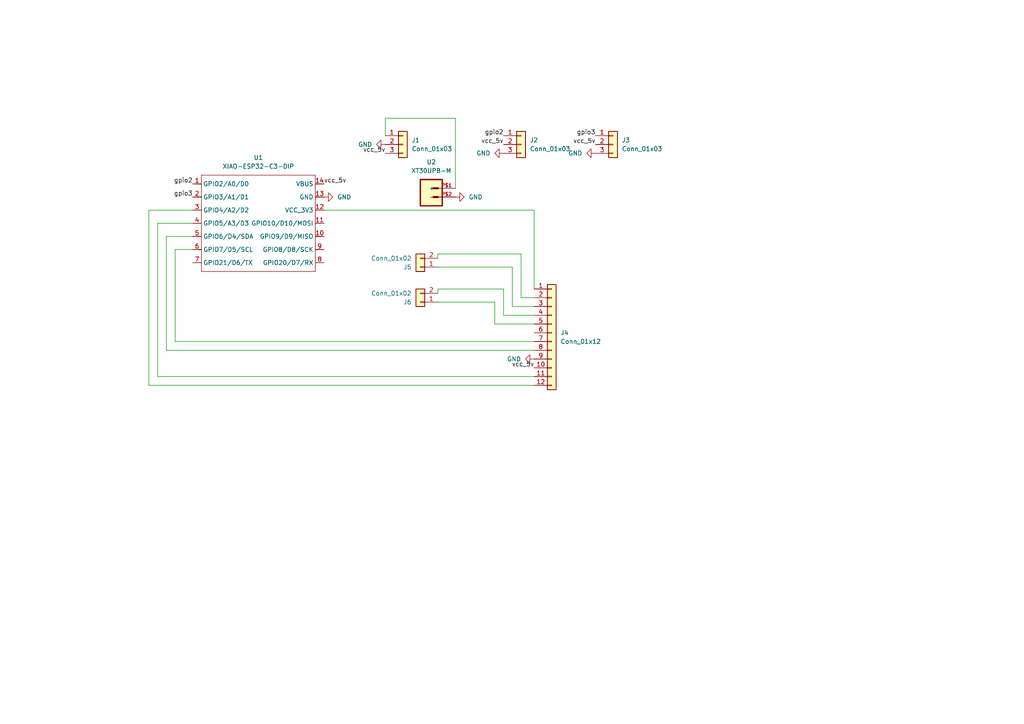
<source format=kicad_sch>
(kicad_sch
	(version 20250114)
	(generator "eeschema")
	(generator_version "9.0")
	(uuid "17f39f81-8bb3-4662-8494-5b40fd094d15")
	(paper "A4")
	(lib_symbols
		(symbol "Connector_Generic:Conn_01x02"
			(pin_names
				(offset 1.016)
				(hide yes)
			)
			(exclude_from_sim no)
			(in_bom yes)
			(on_board yes)
			(property "Reference" "J"
				(at 0 2.54 0)
				(effects
					(font
						(size 1.27 1.27)
					)
				)
			)
			(property "Value" "Conn_01x02"
				(at 0 -5.08 0)
				(effects
					(font
						(size 1.27 1.27)
					)
				)
			)
			(property "Footprint" ""
				(at 0 0 0)
				(effects
					(font
						(size 1.27 1.27)
					)
					(hide yes)
				)
			)
			(property "Datasheet" "~"
				(at 0 0 0)
				(effects
					(font
						(size 1.27 1.27)
					)
					(hide yes)
				)
			)
			(property "Description" "Generic connector, single row, 01x02, script generated (kicad-library-utils/schlib/autogen/connector/)"
				(at 0 0 0)
				(effects
					(font
						(size 1.27 1.27)
					)
					(hide yes)
				)
			)
			(property "ki_keywords" "connector"
				(at 0 0 0)
				(effects
					(font
						(size 1.27 1.27)
					)
					(hide yes)
				)
			)
			(property "ki_fp_filters" "Connector*:*_1x??_*"
				(at 0 0 0)
				(effects
					(font
						(size 1.27 1.27)
					)
					(hide yes)
				)
			)
			(symbol "Conn_01x02_1_1"
				(rectangle
					(start -1.27 1.27)
					(end 1.27 -3.81)
					(stroke
						(width 0.254)
						(type default)
					)
					(fill
						(type background)
					)
				)
				(rectangle
					(start -1.27 0.127)
					(end 0 -0.127)
					(stroke
						(width 0.1524)
						(type default)
					)
					(fill
						(type none)
					)
				)
				(rectangle
					(start -1.27 -2.413)
					(end 0 -2.667)
					(stroke
						(width 0.1524)
						(type default)
					)
					(fill
						(type none)
					)
				)
				(pin passive line
					(at -5.08 0 0)
					(length 3.81)
					(name "Pin_1"
						(effects
							(font
								(size 1.27 1.27)
							)
						)
					)
					(number "1"
						(effects
							(font
								(size 1.27 1.27)
							)
						)
					)
				)
				(pin passive line
					(at -5.08 -2.54 0)
					(length 3.81)
					(name "Pin_2"
						(effects
							(font
								(size 1.27 1.27)
							)
						)
					)
					(number "2"
						(effects
							(font
								(size 1.27 1.27)
							)
						)
					)
				)
			)
			(embedded_fonts no)
		)
		(symbol "Connector_Generic:Conn_01x03"
			(pin_names
				(offset 1.016)
				(hide yes)
			)
			(exclude_from_sim no)
			(in_bom yes)
			(on_board yes)
			(property "Reference" "J"
				(at 0 5.08 0)
				(effects
					(font
						(size 1.27 1.27)
					)
				)
			)
			(property "Value" "Conn_01x03"
				(at 0 -5.08 0)
				(effects
					(font
						(size 1.27 1.27)
					)
				)
			)
			(property "Footprint" ""
				(at 0 0 0)
				(effects
					(font
						(size 1.27 1.27)
					)
					(hide yes)
				)
			)
			(property "Datasheet" "~"
				(at 0 0 0)
				(effects
					(font
						(size 1.27 1.27)
					)
					(hide yes)
				)
			)
			(property "Description" "Generic connector, single row, 01x03, script generated (kicad-library-utils/schlib/autogen/connector/)"
				(at 0 0 0)
				(effects
					(font
						(size 1.27 1.27)
					)
					(hide yes)
				)
			)
			(property "ki_keywords" "connector"
				(at 0 0 0)
				(effects
					(font
						(size 1.27 1.27)
					)
					(hide yes)
				)
			)
			(property "ki_fp_filters" "Connector*:*_1x??_*"
				(at 0 0 0)
				(effects
					(font
						(size 1.27 1.27)
					)
					(hide yes)
				)
			)
			(symbol "Conn_01x03_1_1"
				(rectangle
					(start -1.27 3.81)
					(end 1.27 -3.81)
					(stroke
						(width 0.254)
						(type default)
					)
					(fill
						(type background)
					)
				)
				(rectangle
					(start -1.27 2.667)
					(end 0 2.413)
					(stroke
						(width 0.1524)
						(type default)
					)
					(fill
						(type none)
					)
				)
				(rectangle
					(start -1.27 0.127)
					(end 0 -0.127)
					(stroke
						(width 0.1524)
						(type default)
					)
					(fill
						(type none)
					)
				)
				(rectangle
					(start -1.27 -2.413)
					(end 0 -2.667)
					(stroke
						(width 0.1524)
						(type default)
					)
					(fill
						(type none)
					)
				)
				(pin passive line
					(at -5.08 2.54 0)
					(length 3.81)
					(name "Pin_1"
						(effects
							(font
								(size 1.27 1.27)
							)
						)
					)
					(number "1"
						(effects
							(font
								(size 1.27 1.27)
							)
						)
					)
				)
				(pin passive line
					(at -5.08 0 0)
					(length 3.81)
					(name "Pin_2"
						(effects
							(font
								(size 1.27 1.27)
							)
						)
					)
					(number "2"
						(effects
							(font
								(size 1.27 1.27)
							)
						)
					)
				)
				(pin passive line
					(at -5.08 -2.54 0)
					(length 3.81)
					(name "Pin_3"
						(effects
							(font
								(size 1.27 1.27)
							)
						)
					)
					(number "3"
						(effects
							(font
								(size 1.27 1.27)
							)
						)
					)
				)
			)
			(embedded_fonts no)
		)
		(symbol "Connector_Generic:Conn_01x12"
			(pin_names
				(offset 1.016)
				(hide yes)
			)
			(exclude_from_sim no)
			(in_bom yes)
			(on_board yes)
			(property "Reference" "J"
				(at 0 15.24 0)
				(effects
					(font
						(size 1.27 1.27)
					)
				)
			)
			(property "Value" "Conn_01x12"
				(at 0 -17.78 0)
				(effects
					(font
						(size 1.27 1.27)
					)
				)
			)
			(property "Footprint" ""
				(at 0 0 0)
				(effects
					(font
						(size 1.27 1.27)
					)
					(hide yes)
				)
			)
			(property "Datasheet" "~"
				(at 0 0 0)
				(effects
					(font
						(size 1.27 1.27)
					)
					(hide yes)
				)
			)
			(property "Description" "Generic connector, single row, 01x12, script generated (kicad-library-utils/schlib/autogen/connector/)"
				(at 0 0 0)
				(effects
					(font
						(size 1.27 1.27)
					)
					(hide yes)
				)
			)
			(property "ki_keywords" "connector"
				(at 0 0 0)
				(effects
					(font
						(size 1.27 1.27)
					)
					(hide yes)
				)
			)
			(property "ki_fp_filters" "Connector*:*_1x??_*"
				(at 0 0 0)
				(effects
					(font
						(size 1.27 1.27)
					)
					(hide yes)
				)
			)
			(symbol "Conn_01x12_1_1"
				(rectangle
					(start -1.27 13.97)
					(end 1.27 -16.51)
					(stroke
						(width 0.254)
						(type default)
					)
					(fill
						(type background)
					)
				)
				(rectangle
					(start -1.27 12.827)
					(end 0 12.573)
					(stroke
						(width 0.1524)
						(type default)
					)
					(fill
						(type none)
					)
				)
				(rectangle
					(start -1.27 10.287)
					(end 0 10.033)
					(stroke
						(width 0.1524)
						(type default)
					)
					(fill
						(type none)
					)
				)
				(rectangle
					(start -1.27 7.747)
					(end 0 7.493)
					(stroke
						(width 0.1524)
						(type default)
					)
					(fill
						(type none)
					)
				)
				(rectangle
					(start -1.27 5.207)
					(end 0 4.953)
					(stroke
						(width 0.1524)
						(type default)
					)
					(fill
						(type none)
					)
				)
				(rectangle
					(start -1.27 2.667)
					(end 0 2.413)
					(stroke
						(width 0.1524)
						(type default)
					)
					(fill
						(type none)
					)
				)
				(rectangle
					(start -1.27 0.127)
					(end 0 -0.127)
					(stroke
						(width 0.1524)
						(type default)
					)
					(fill
						(type none)
					)
				)
				(rectangle
					(start -1.27 -2.413)
					(end 0 -2.667)
					(stroke
						(width 0.1524)
						(type default)
					)
					(fill
						(type none)
					)
				)
				(rectangle
					(start -1.27 -4.953)
					(end 0 -5.207)
					(stroke
						(width 0.1524)
						(type default)
					)
					(fill
						(type none)
					)
				)
				(rectangle
					(start -1.27 -7.493)
					(end 0 -7.747)
					(stroke
						(width 0.1524)
						(type default)
					)
					(fill
						(type none)
					)
				)
				(rectangle
					(start -1.27 -10.033)
					(end 0 -10.287)
					(stroke
						(width 0.1524)
						(type default)
					)
					(fill
						(type none)
					)
				)
				(rectangle
					(start -1.27 -12.573)
					(end 0 -12.827)
					(stroke
						(width 0.1524)
						(type default)
					)
					(fill
						(type none)
					)
				)
				(rectangle
					(start -1.27 -15.113)
					(end 0 -15.367)
					(stroke
						(width 0.1524)
						(type default)
					)
					(fill
						(type none)
					)
				)
				(pin passive line
					(at -5.08 12.7 0)
					(length 3.81)
					(name "Pin_1"
						(effects
							(font
								(size 1.27 1.27)
							)
						)
					)
					(number "1"
						(effects
							(font
								(size 1.27 1.27)
							)
						)
					)
				)
				(pin passive line
					(at -5.08 10.16 0)
					(length 3.81)
					(name "Pin_2"
						(effects
							(font
								(size 1.27 1.27)
							)
						)
					)
					(number "2"
						(effects
							(font
								(size 1.27 1.27)
							)
						)
					)
				)
				(pin passive line
					(at -5.08 7.62 0)
					(length 3.81)
					(name "Pin_3"
						(effects
							(font
								(size 1.27 1.27)
							)
						)
					)
					(number "3"
						(effects
							(font
								(size 1.27 1.27)
							)
						)
					)
				)
				(pin passive line
					(at -5.08 5.08 0)
					(length 3.81)
					(name "Pin_4"
						(effects
							(font
								(size 1.27 1.27)
							)
						)
					)
					(number "4"
						(effects
							(font
								(size 1.27 1.27)
							)
						)
					)
				)
				(pin passive line
					(at -5.08 2.54 0)
					(length 3.81)
					(name "Pin_5"
						(effects
							(font
								(size 1.27 1.27)
							)
						)
					)
					(number "5"
						(effects
							(font
								(size 1.27 1.27)
							)
						)
					)
				)
				(pin passive line
					(at -5.08 0 0)
					(length 3.81)
					(name "Pin_6"
						(effects
							(font
								(size 1.27 1.27)
							)
						)
					)
					(number "6"
						(effects
							(font
								(size 1.27 1.27)
							)
						)
					)
				)
				(pin passive line
					(at -5.08 -2.54 0)
					(length 3.81)
					(name "Pin_7"
						(effects
							(font
								(size 1.27 1.27)
							)
						)
					)
					(number "7"
						(effects
							(font
								(size 1.27 1.27)
							)
						)
					)
				)
				(pin passive line
					(at -5.08 -5.08 0)
					(length 3.81)
					(name "Pin_8"
						(effects
							(font
								(size 1.27 1.27)
							)
						)
					)
					(number "8"
						(effects
							(font
								(size 1.27 1.27)
							)
						)
					)
				)
				(pin passive line
					(at -5.08 -7.62 0)
					(length 3.81)
					(name "Pin_9"
						(effects
							(font
								(size 1.27 1.27)
							)
						)
					)
					(number "9"
						(effects
							(font
								(size 1.27 1.27)
							)
						)
					)
				)
				(pin passive line
					(at -5.08 -10.16 0)
					(length 3.81)
					(name "Pin_10"
						(effects
							(font
								(size 1.27 1.27)
							)
						)
					)
					(number "10"
						(effects
							(font
								(size 1.27 1.27)
							)
						)
					)
				)
				(pin passive line
					(at -5.08 -12.7 0)
					(length 3.81)
					(name "Pin_11"
						(effects
							(font
								(size 1.27 1.27)
							)
						)
					)
					(number "11"
						(effects
							(font
								(size 1.27 1.27)
							)
						)
					)
				)
				(pin passive line
					(at -5.08 -15.24 0)
					(length 3.81)
					(name "Pin_12"
						(effects
							(font
								(size 1.27 1.27)
							)
						)
					)
					(number "12"
						(effects
							(font
								(size 1.27 1.27)
							)
						)
					)
				)
			)
			(embedded_fonts no)
		)
		(symbol "power:GND"
			(power)
			(pin_numbers
				(hide yes)
			)
			(pin_names
				(offset 0)
				(hide yes)
			)
			(exclude_from_sim no)
			(in_bom yes)
			(on_board yes)
			(property "Reference" "#PWR"
				(at 0 -6.35 0)
				(effects
					(font
						(size 1.27 1.27)
					)
					(hide yes)
				)
			)
			(property "Value" "GND"
				(at 0 -3.81 0)
				(effects
					(font
						(size 1.27 1.27)
					)
				)
			)
			(property "Footprint" ""
				(at 0 0 0)
				(effects
					(font
						(size 1.27 1.27)
					)
					(hide yes)
				)
			)
			(property "Datasheet" ""
				(at 0 0 0)
				(effects
					(font
						(size 1.27 1.27)
					)
					(hide yes)
				)
			)
			(property "Description" "Power symbol creates a global label with name \"GND\" , ground"
				(at 0 0 0)
				(effects
					(font
						(size 1.27 1.27)
					)
					(hide yes)
				)
			)
			(property "ki_keywords" "global power"
				(at 0 0 0)
				(effects
					(font
						(size 1.27 1.27)
					)
					(hide yes)
				)
			)
			(symbol "GND_0_1"
				(polyline
					(pts
						(xy 0 0) (xy 0 -1.27) (xy 1.27 -1.27) (xy 0 -2.54) (xy -1.27 -1.27) (xy 0 -1.27)
					)
					(stroke
						(width 0)
						(type default)
					)
					(fill
						(type none)
					)
				)
			)
			(symbol "GND_1_1"
				(pin power_in line
					(at 0 0 270)
					(length 0)
					(name "~"
						(effects
							(font
								(size 1.27 1.27)
							)
						)
					)
					(number "1"
						(effects
							(font
								(size 1.27 1.27)
							)
						)
					)
				)
			)
			(embedded_fonts no)
		)
		(symbol "seeed:XIAO-ESP32-C3-DIP"
			(exclude_from_sim no)
			(in_bom yes)
			(on_board yes)
			(property "Reference" "U"
				(at 1.016 2.794 0)
				(effects
					(font
						(size 1.27 1.27)
					)
				)
			)
			(property "Value" "XIAO-ESP32-C3-DIP"
				(at 7.62 1.016 0)
				(effects
					(font
						(size 1.27 1.27)
					)
				)
			)
			(property "Footprint" "Module:MOUDLE14P-XIAO-DIP-SMD"
				(at 16.764 -29.464 0)
				(effects
					(font
						(size 1.27 1.27)
					)
					(hide yes)
				)
			)
			(property "Datasheet" ""
				(at 1.27 1.27 0)
				(effects
					(font
						(size 1.27 1.27)
					)
					(hide yes)
				)
			)
			(property "Description" ""
				(at 1.27 1.27 0)
				(effects
					(font
						(size 1.27 1.27)
					)
					(hide yes)
				)
			)
			(symbol "XIAO-ESP32-C3-DIP_1_0"
				(polyline
					(pts
						(xy 0 0) (xy 33.02 0)
					)
					(stroke
						(width 0.1524)
						(type solid)
					)
					(fill
						(type none)
					)
				)
				(polyline
					(pts
						(xy 0 -2.54) (xy -1.27 -2.54)
					)
					(stroke
						(width 0.1524)
						(type solid)
					)
					(fill
						(type none)
					)
				)
				(polyline
					(pts
						(xy 0 -2.54) (xy 0 0)
					)
					(stroke
						(width 0.1524)
						(type solid)
					)
					(fill
						(type none)
					)
				)
				(polyline
					(pts
						(xy 0 -6.35) (xy -1.27 -6.35)
					)
					(stroke
						(width 0.1524)
						(type solid)
					)
					(fill
						(type none)
					)
				)
				(polyline
					(pts
						(xy 0 -6.35) (xy 0 -2.54)
					)
					(stroke
						(width 0.1524)
						(type solid)
					)
					(fill
						(type none)
					)
				)
				(polyline
					(pts
						(xy 0 -10.16) (xy -1.27 -10.16)
					)
					(stroke
						(width 0.1524)
						(type solid)
					)
					(fill
						(type none)
					)
				)
				(polyline
					(pts
						(xy 0 -10.16) (xy 0 -6.35)
					)
					(stroke
						(width 0.1524)
						(type solid)
					)
					(fill
						(type none)
					)
				)
				(polyline
					(pts
						(xy 0 -13.97) (xy -1.27 -13.97)
					)
					(stroke
						(width 0.1524)
						(type solid)
					)
					(fill
						(type none)
					)
				)
				(polyline
					(pts
						(xy 0 -13.97) (xy 0 -10.16)
					)
					(stroke
						(width 0.1524)
						(type solid)
					)
					(fill
						(type none)
					)
				)
				(polyline
					(pts
						(xy 0 -17.78) (xy -1.27 -17.78)
					)
					(stroke
						(width 0.1524)
						(type solid)
					)
					(fill
						(type none)
					)
				)
				(polyline
					(pts
						(xy 0 -21.59) (xy -1.27 -21.59)
					)
					(stroke
						(width 0.1524)
						(type solid)
					)
					(fill
						(type none)
					)
				)
				(polyline
					(pts
						(xy 0 -25.4) (xy -1.27 -25.4)
					)
					(stroke
						(width 0.1524)
						(type solid)
					)
					(fill
						(type none)
					)
				)
				(polyline
					(pts
						(xy 0 -27.94) (xy 0 -13.97)
					)
					(stroke
						(width 0.1524)
						(type solid)
					)
					(fill
						(type none)
					)
				)
				(polyline
					(pts
						(xy 33.02 0) (xy 33.02 -2.54)
					)
					(stroke
						(width 0.1524)
						(type solid)
					)
					(fill
						(type none)
					)
				)
				(polyline
					(pts
						(xy 33.02 -2.54) (xy 33.02 -6.35)
					)
					(stroke
						(width 0.1524)
						(type solid)
					)
					(fill
						(type none)
					)
				)
				(polyline
					(pts
						(xy 33.02 -6.35) (xy 33.02 -10.16)
					)
					(stroke
						(width 0.1524)
						(type solid)
					)
					(fill
						(type none)
					)
				)
				(polyline
					(pts
						(xy 33.02 -10.16) (xy 33.02 -27.94)
					)
					(stroke
						(width 0.1524)
						(type solid)
					)
					(fill
						(type none)
					)
				)
				(polyline
					(pts
						(xy 33.02 -27.94) (xy 0 -27.94)
					)
					(stroke
						(width 0.1524)
						(type solid)
					)
					(fill
						(type none)
					)
				)
				(polyline
					(pts
						(xy 34.29 -2.54) (xy 33.02 -2.54)
					)
					(stroke
						(width 0.1524)
						(type solid)
					)
					(fill
						(type none)
					)
				)
				(polyline
					(pts
						(xy 34.29 -6.35) (xy 33.02 -6.35)
					)
					(stroke
						(width 0.1524)
						(type solid)
					)
					(fill
						(type none)
					)
				)
				(polyline
					(pts
						(xy 34.29 -10.16) (xy 33.02 -10.16)
					)
					(stroke
						(width 0.1524)
						(type solid)
					)
					(fill
						(type none)
					)
				)
				(polyline
					(pts
						(xy 34.29 -13.97) (xy 33.02 -13.97)
					)
					(stroke
						(width 0.1524)
						(type solid)
					)
					(fill
						(type none)
					)
				)
				(polyline
					(pts
						(xy 34.29 -17.78) (xy 33.02 -17.78)
					)
					(stroke
						(width 0.1524)
						(type solid)
					)
					(fill
						(type none)
					)
				)
				(polyline
					(pts
						(xy 34.29 -21.59) (xy 33.02 -21.59)
					)
					(stroke
						(width 0.1524)
						(type solid)
					)
					(fill
						(type none)
					)
				)
				(polyline
					(pts
						(xy 34.29 -25.4) (xy 33.02 -25.4)
					)
					(stroke
						(width 0.1524)
						(type solid)
					)
					(fill
						(type none)
					)
				)
				(pin passive line
					(at -2.54 -2.54 0)
					(length 2.54)
					(name "GPIO2/A0/D0"
						(effects
							(font
								(size 1.27 1.27)
							)
						)
					)
					(number "1"
						(effects
							(font
								(size 1.27 1.27)
							)
						)
					)
				)
				(pin passive line
					(at -2.54 -6.35 0)
					(length 2.54)
					(name "GPIO3/A1/D1"
						(effects
							(font
								(size 1.27 1.27)
							)
						)
					)
					(number "2"
						(effects
							(font
								(size 1.27 1.27)
							)
						)
					)
				)
				(pin passive line
					(at -2.54 -10.16 0)
					(length 2.54)
					(name "GPIO4/A2/D2"
						(effects
							(font
								(size 1.27 1.27)
							)
						)
					)
					(number "3"
						(effects
							(font
								(size 1.27 1.27)
							)
						)
					)
				)
				(pin passive line
					(at -2.54 -13.97 0)
					(length 2.54)
					(name "GPIO5/A3/D3"
						(effects
							(font
								(size 1.27 1.27)
							)
						)
					)
					(number "4"
						(effects
							(font
								(size 1.27 1.27)
							)
						)
					)
				)
				(pin passive line
					(at -2.54 -17.78 0)
					(length 2.54)
					(name "GPIO6/D4/SDA"
						(effects
							(font
								(size 1.27 1.27)
							)
						)
					)
					(number "5"
						(effects
							(font
								(size 1.27 1.27)
							)
						)
					)
				)
				(pin passive line
					(at -2.54 -21.59 0)
					(length 2.54)
					(name "GPIO7/D5/SCL"
						(effects
							(font
								(size 1.27 1.27)
							)
						)
					)
					(number "6"
						(effects
							(font
								(size 1.27 1.27)
							)
						)
					)
				)
				(pin passive line
					(at -2.54 -25.4 0)
					(length 2.54)
					(name "GPIO21/D6/TX"
						(effects
							(font
								(size 1.27 1.27)
							)
						)
					)
					(number "7"
						(effects
							(font
								(size 1.27 1.27)
							)
						)
					)
				)
				(pin passive line
					(at 35.56 -2.54 180)
					(length 2.54)
					(name "VBUS"
						(effects
							(font
								(size 1.27 1.27)
							)
						)
					)
					(number "14"
						(effects
							(font
								(size 1.27 1.27)
							)
						)
					)
				)
				(pin passive line
					(at 35.56 -6.35 180)
					(length 2.54)
					(name "GND"
						(effects
							(font
								(size 1.27 1.27)
							)
						)
					)
					(number "13"
						(effects
							(font
								(size 1.27 1.27)
							)
						)
					)
				)
				(pin passive line
					(at 35.56 -10.16 180)
					(length 2.54)
					(name "VCC_3V3"
						(effects
							(font
								(size 1.27 1.27)
							)
						)
					)
					(number "12"
						(effects
							(font
								(size 1.27 1.27)
							)
						)
					)
				)
				(pin passive line
					(at 35.56 -13.97 180)
					(length 2.54)
					(name "GPIO10/D10/MOSI"
						(effects
							(font
								(size 1.27 1.27)
							)
						)
					)
					(number "11"
						(effects
							(font
								(size 1.27 1.27)
							)
						)
					)
				)
				(pin passive line
					(at 35.56 -17.78 180)
					(length 2.54)
					(name "GPIO9/D9/MISO"
						(effects
							(font
								(size 1.27 1.27)
							)
						)
					)
					(number "10"
						(effects
							(font
								(size 1.27 1.27)
							)
						)
					)
				)
				(pin passive line
					(at 35.56 -21.59 180)
					(length 2.54)
					(name "GPIO8/D8/SCK"
						(effects
							(font
								(size 1.27 1.27)
							)
						)
					)
					(number "9"
						(effects
							(font
								(size 1.27 1.27)
							)
						)
					)
				)
				(pin passive line
					(at 35.56 -25.4 180)
					(length 2.54)
					(name "GPIO20/D7/RX"
						(effects
							(font
								(size 1.27 1.27)
							)
						)
					)
					(number "8"
						(effects
							(font
								(size 1.27 1.27)
							)
						)
					)
				)
			)
			(embedded_fonts no)
		)
		(symbol "xt30:XT30UPB-M"
			(pin_names
				(offset 1.016)
			)
			(exclude_from_sim no)
			(in_bom yes)
			(on_board yes)
			(property "Reference" "U"
				(at -2.54 5.588 0)
				(effects
					(font
						(size 1.27 1.27)
					)
					(justify left bottom)
				)
			)
			(property "Value" "XT30UPB-M"
				(at -2.54 -4.826 0)
				(effects
					(font
						(size 1.27 1.27)
					)
					(justify left bottom)
				)
			)
			(property "Footprint" "XT30UPB-M:XT30UPB-M"
				(at 0 0 0)
				(effects
					(font
						(size 1.27 1.27)
					)
					(justify bottom)
					(hide yes)
				)
			)
			(property "Datasheet" ""
				(at 0 0 0)
				(effects
					(font
						(size 1.27 1.27)
					)
					(hide yes)
				)
			)
			(property "Description" ""
				(at 0 0 0)
				(effects
					(font
						(size 1.27 1.27)
					)
					(hide yes)
				)
			)
			(property "MF" "amass"
				(at 0 0 0)
				(effects
					(font
						(size 1.27 1.27)
					)
					(justify bottom)
					(hide yes)
				)
			)
			(property "Description_1" "Socket; DC supply; XT30; male; PIN: 2; on PCBs; THT; yellow; 15A; 500V"
				(at 0 0 0)
				(effects
					(font
						(size 1.27 1.27)
					)
					(justify bottom)
					(hide yes)
				)
			)
			(property "Package" "None"
				(at 0 0 0)
				(effects
					(font
						(size 1.27 1.27)
					)
					(justify bottom)
					(hide yes)
				)
			)
			(property "Price" "None"
				(at 0 0 0)
				(effects
					(font
						(size 1.27 1.27)
					)
					(justify bottom)
					(hide yes)
				)
			)
			(property "SnapEDA_Link" "https://www.snapeda.com/parts/XT30UPB-M/AMASS/view-part/?ref=snap"
				(at 0 0 0)
				(effects
					(font
						(size 1.27 1.27)
					)
					(justify bottom)
					(hide yes)
				)
			)
			(property "MP" "XT30UPB-M"
				(at 0 0 0)
				(effects
					(font
						(size 1.27 1.27)
					)
					(justify bottom)
					(hide yes)
				)
			)
			(property "Availability" "Not in stock"
				(at 0 0 0)
				(effects
					(font
						(size 1.27 1.27)
					)
					(justify bottom)
					(hide yes)
				)
			)
			(property "Check_prices" "https://www.snapeda.com/parts/XT30UPB-M/AMASS/view-part/?ref=eda"
				(at 0 0 0)
				(effects
					(font
						(size 1.27 1.27)
					)
					(justify bottom)
					(hide yes)
				)
			)
			(symbol "XT30UPB-M_0_0"
				(rectangle
					(start -2.54 -2.54)
					(end 3.81 5.08)
					(stroke
						(width 0.4064)
						(type default)
					)
					(fill
						(type background)
					)
				)
				(polyline
					(pts
						(xy 1.27 2.54) (xy 2.54 2.54)
					)
					(stroke
						(width 0.6096)
						(type default)
					)
					(fill
						(type none)
					)
				)
				(polyline
					(pts
						(xy 1.27 0) (xy 2.54 0)
					)
					(stroke
						(width 0.6096)
						(type default)
					)
					(fill
						(type none)
					)
				)
				(pin passive line
					(at 7.62 2.54 180)
					(length 5.08)
					(name "+"
						(effects
							(font
								(size 1.016 1.016)
							)
						)
					)
					(number "P$1"
						(effects
							(font
								(size 1.016 1.016)
							)
						)
					)
				)
				(pin passive line
					(at 7.62 0 180)
					(length 5.08)
					(name "-"
						(effects
							(font
								(size 1.016 1.016)
							)
						)
					)
					(number "P$2"
						(effects
							(font
								(size 1.016 1.016)
							)
						)
					)
				)
			)
			(embedded_fonts no)
		)
	)
	(wire
		(pts
			(xy 132.08 34.29) (xy 132.08 54.61)
		)
		(stroke
			(width 0)
			(type default)
		)
		(uuid "06d2dece-f114-46a2-8417-da251d1328a2")
	)
	(wire
		(pts
			(xy 143.51 93.98) (xy 143.51 87.63)
		)
		(stroke
			(width 0)
			(type default)
		)
		(uuid "09fa0811-3815-4436-a155-cb9d60527bae")
	)
	(wire
		(pts
			(xy 48.26 68.58) (xy 55.88 68.58)
		)
		(stroke
			(width 0)
			(type default)
		)
		(uuid "0c6a610b-f3ac-40e5-9d07-e9b21e511b0f")
	)
	(wire
		(pts
			(xy 43.18 111.76) (xy 43.18 60.96)
		)
		(stroke
			(width 0)
			(type default)
		)
		(uuid "117040c3-896e-4cfc-8a86-52cf5c5985b8")
	)
	(wire
		(pts
			(xy 151.13 86.36) (xy 151.13 73.66)
		)
		(stroke
			(width 0)
			(type default)
		)
		(uuid "138d9e34-76b9-48bb-a2b4-60d9d71536a2")
	)
	(wire
		(pts
			(xy 50.8 72.39) (xy 55.88 72.39)
		)
		(stroke
			(width 0)
			(type default)
		)
		(uuid "172c9441-aaa9-4ef4-9403-32408f8d6258")
	)
	(wire
		(pts
			(xy 154.94 86.36) (xy 151.13 86.36)
		)
		(stroke
			(width 0)
			(type default)
		)
		(uuid "186f1415-3ce1-4f26-8fad-f88796dc8129")
	)
	(wire
		(pts
			(xy 93.98 60.96) (xy 154.94 60.96)
		)
		(stroke
			(width 0)
			(type default)
		)
		(uuid "2fc642d6-c95e-4de4-a01f-016071ecc9f2")
	)
	(wire
		(pts
			(xy 146.05 91.44) (xy 146.05 83.82)
		)
		(stroke
			(width 0)
			(type default)
		)
		(uuid "331b5fd2-1e27-49a3-b1da-3f5f0af5800f")
	)
	(wire
		(pts
			(xy 154.94 93.98) (xy 143.51 93.98)
		)
		(stroke
			(width 0)
			(type default)
		)
		(uuid "3620c131-ae98-4bd0-80b7-68d4b966812f")
	)
	(wire
		(pts
			(xy 154.94 101.6) (xy 48.26 101.6)
		)
		(stroke
			(width 0)
			(type default)
		)
		(uuid "3a09c2b3-750f-4199-87db-144f4cb3d66d")
	)
	(wire
		(pts
			(xy 43.18 60.96) (xy 55.88 60.96)
		)
		(stroke
			(width 0)
			(type default)
		)
		(uuid "3d411899-db0e-41ce-8d8e-c84c24614a31")
	)
	(wire
		(pts
			(xy 48.26 101.6) (xy 48.26 68.58)
		)
		(stroke
			(width 0)
			(type default)
		)
		(uuid "454b84ef-4c45-4d79-8865-6500e7dd9540")
	)
	(wire
		(pts
			(xy 154.94 111.76) (xy 43.18 111.76)
		)
		(stroke
			(width 0)
			(type default)
		)
		(uuid "52cb25c5-c59e-45e9-8931-761d0aeb60ba")
	)
	(wire
		(pts
			(xy 111.76 34.29) (xy 111.76 39.37)
		)
		(stroke
			(width 0)
			(type default)
		)
		(uuid "551bf112-3f11-4af7-8c9c-863b405c7bf4")
	)
	(wire
		(pts
			(xy 148.59 88.9) (xy 148.59 77.47)
		)
		(stroke
			(width 0)
			(type default)
		)
		(uuid "69117c79-ae35-40ce-9dff-72c17f463878")
	)
	(wire
		(pts
			(xy 154.94 109.22) (xy 45.72 109.22)
		)
		(stroke
			(width 0)
			(type default)
		)
		(uuid "6c18de30-4d67-4869-8469-6c0216605e62")
	)
	(wire
		(pts
			(xy 127 77.47) (xy 148.59 77.47)
		)
		(stroke
			(width 0)
			(type default)
		)
		(uuid "6f33b777-164a-4da6-afc0-b4547e480ee7")
	)
	(wire
		(pts
			(xy 132.08 34.29) (xy 111.76 34.29)
		)
		(stroke
			(width 0)
			(type default)
		)
		(uuid "7284bfff-0d80-49f0-ab0f-74514482a82a")
	)
	(wire
		(pts
			(xy 154.94 99.06) (xy 50.8 99.06)
		)
		(stroke
			(width 0)
			(type default)
		)
		(uuid "7ec7ee9e-e5a3-4485-9166-0b33f6ddfe7b")
	)
	(wire
		(pts
			(xy 151.13 73.66) (xy 127 73.66)
		)
		(stroke
			(width 0)
			(type default)
		)
		(uuid "84af8106-b2c4-4f3d-baf7-ca1add7d0755")
	)
	(wire
		(pts
			(xy 50.8 99.06) (xy 50.8 72.39)
		)
		(stroke
			(width 0)
			(type default)
		)
		(uuid "8ac7ab90-cef7-48a6-9163-5f657fe1a0fe")
	)
	(wire
		(pts
			(xy 45.72 64.77) (xy 55.88 64.77)
		)
		(stroke
			(width 0)
			(type default)
		)
		(uuid "8e6d849c-2857-4e8c-b6a9-6a803728b374")
	)
	(wire
		(pts
			(xy 154.94 88.9) (xy 148.59 88.9)
		)
		(stroke
			(width 0)
			(type default)
		)
		(uuid "9ba298ce-ea6f-4feb-b23d-3cf7ff569c23")
	)
	(wire
		(pts
			(xy 45.72 109.22) (xy 45.72 64.77)
		)
		(stroke
			(width 0)
			(type default)
		)
		(uuid "a3e5e8ba-fe9c-4812-9e6d-1f3ba54d0f75")
	)
	(wire
		(pts
			(xy 127 87.63) (xy 143.51 87.63)
		)
		(stroke
			(width 0)
			(type default)
		)
		(uuid "b36937cd-c212-46b3-8c11-c191bfb9b3ba")
	)
	(wire
		(pts
			(xy 154.94 83.82) (xy 154.94 60.96)
		)
		(stroke
			(width 0)
			(type default)
		)
		(uuid "b88e06e8-2f81-4160-915f-cf660fd0e957")
	)
	(wire
		(pts
			(xy 146.05 83.82) (xy 127 83.82)
		)
		(stroke
			(width 0)
			(type default)
		)
		(uuid "c021539b-19bb-4542-b730-e3d1464e0591")
	)
	(wire
		(pts
			(xy 127 73.66) (xy 127 74.93)
		)
		(stroke
			(width 0)
			(type default)
		)
		(uuid "caf58390-043e-4305-bf74-7dce418fe627")
	)
	(wire
		(pts
			(xy 154.94 91.44) (xy 146.05 91.44)
		)
		(stroke
			(width 0)
			(type default)
		)
		(uuid "d8d463a0-c44d-4de0-ab00-5259f494946f")
	)
	(wire
		(pts
			(xy 127 83.82) (xy 127 85.09)
		)
		(stroke
			(width 0)
			(type default)
		)
		(uuid "f66f8cda-760f-4841-ac3d-1c1729def017")
	)
	(label "gpio3"
		(at 55.88 57.15 180)
		(effects
			(font
				(size 1.27 1.27)
			)
			(justify right bottom)
		)
		(uuid "0beadbe2-b590-4ba5-b1c1-00265d97c339")
	)
	(label "gpio2"
		(at 146.05 39.37 180)
		(effects
			(font
				(size 1.27 1.27)
			)
			(justify right bottom)
		)
		(uuid "1b9dbb21-c11b-46f5-b1c5-2a4a2766725e")
	)
	(label "vcc_5v"
		(at 93.98 53.34 0)
		(effects
			(font
				(size 1.27 1.27)
			)
			(justify left bottom)
		)
		(uuid "5dc68668-d5cc-420e-b725-90e6379676b5")
	)
	(label "vcc_5v"
		(at 146.05 41.91 180)
		(effects
			(font
				(size 1.27 1.27)
			)
			(justify right bottom)
		)
		(uuid "8da39a68-bce2-481f-b60e-44a1ed2cb7ee")
	)
	(label "vcc_5v"
		(at 111.76 44.45 180)
		(effects
			(font
				(size 1.27 1.27)
			)
			(justify right bottom)
		)
		(uuid "8f94dc47-6ea4-4be2-ad1d-71d23737e16b")
	)
	(label "gpio3"
		(at 172.72 39.37 180)
		(effects
			(font
				(size 1.27 1.27)
			)
			(justify right bottom)
		)
		(uuid "959b4823-7d18-4c1a-a7b5-7ce99411fb7f")
	)
	(label "vcc_5v"
		(at 154.94 106.68 180)
		(effects
			(font
				(size 1.27 1.27)
			)
			(justify right bottom)
		)
		(uuid "b506ecb1-de9a-4f90-9ede-54a5033bfebe")
	)
	(label "vcc_5v"
		(at 172.72 41.91 180)
		(effects
			(font
				(size 1.27 1.27)
			)
			(justify right bottom)
		)
		(uuid "b510ddbc-2f5c-4b0a-b9d0-bbc4c9047a6f")
	)
	(label "gpio2"
		(at 55.88 53.34 180)
		(effects
			(font
				(size 1.27 1.27)
			)
			(justify right bottom)
		)
		(uuid "f08df6f6-3c2f-4c1b-b809-8202a710da44")
	)
	(symbol
		(lib_id "power:GND")
		(at 146.05 44.45 270)
		(unit 1)
		(exclude_from_sim no)
		(in_bom yes)
		(on_board yes)
		(dnp no)
		(fields_autoplaced yes)
		(uuid "0f94ffd8-7b51-494d-bb41-43d7de539d43")
		(property "Reference" "#PWR04"
			(at 139.7 44.45 0)
			(effects
				(font
					(size 1.27 1.27)
				)
				(hide yes)
			)
		)
		(property "Value" "GND"
			(at 142.24 44.4499 90)
			(effects
				(font
					(size 1.27 1.27)
				)
				(justify right)
			)
		)
		(property "Footprint" ""
			(at 146.05 44.45 0)
			(effects
				(font
					(size 1.27 1.27)
				)
				(hide yes)
			)
		)
		(property "Datasheet" ""
			(at 146.05 44.45 0)
			(effects
				(font
					(size 1.27 1.27)
				)
				(hide yes)
			)
		)
		(property "Description" "Power symbol creates a global label with name \"GND\" , ground"
			(at 146.05 44.45 0)
			(effects
				(font
					(size 1.27 1.27)
				)
				(hide yes)
			)
		)
		(pin "1"
			(uuid "3a861521-b6ed-42fc-a5b9-6efb6f49bc6a")
		)
		(instances
			(project ""
				(path "/17f39f81-8bb3-4662-8494-5b40fd094d15"
					(reference "#PWR04")
					(unit 1)
				)
			)
		)
	)
	(symbol
		(lib_id "power:GND")
		(at 132.08 57.15 90)
		(unit 1)
		(exclude_from_sim no)
		(in_bom yes)
		(on_board yes)
		(dnp no)
		(fields_autoplaced yes)
		(uuid "10db8769-f424-4c36-abef-5ce237bb6b01")
		(property "Reference" "#PWR03"
			(at 138.43 57.15 0)
			(effects
				(font
					(size 1.27 1.27)
				)
				(hide yes)
			)
		)
		(property "Value" "GND"
			(at 135.89 57.1499 90)
			(effects
				(font
					(size 1.27 1.27)
				)
				(justify right)
			)
		)
		(property "Footprint" ""
			(at 132.08 57.15 0)
			(effects
				(font
					(size 1.27 1.27)
				)
				(hide yes)
			)
		)
		(property "Datasheet" ""
			(at 132.08 57.15 0)
			(effects
				(font
					(size 1.27 1.27)
				)
				(hide yes)
			)
		)
		(property "Description" "Power symbol creates a global label with name \"GND\" , ground"
			(at 132.08 57.15 0)
			(effects
				(font
					(size 1.27 1.27)
				)
				(hide yes)
			)
		)
		(pin "1"
			(uuid "b4614ac2-d840-40b2-8034-d1ec5a4aaf61")
		)
		(instances
			(project ""
				(path "/17f39f81-8bb3-4662-8494-5b40fd094d15"
					(reference "#PWR03")
					(unit 1)
				)
			)
		)
	)
	(symbol
		(lib_id "power:GND")
		(at 111.76 41.91 270)
		(unit 1)
		(exclude_from_sim no)
		(in_bom yes)
		(on_board yes)
		(dnp no)
		(fields_autoplaced yes)
		(uuid "1db44bc5-861b-4b5b-bc45-349f828ac311")
		(property "Reference" "#PWR02"
			(at 105.41 41.91 0)
			(effects
				(font
					(size 1.27 1.27)
				)
				(hide yes)
			)
		)
		(property "Value" "GND"
			(at 107.95 41.9099 90)
			(effects
				(font
					(size 1.27 1.27)
				)
				(justify right)
			)
		)
		(property "Footprint" ""
			(at 111.76 41.91 0)
			(effects
				(font
					(size 1.27 1.27)
				)
				(hide yes)
			)
		)
		(property "Datasheet" ""
			(at 111.76 41.91 0)
			(effects
				(font
					(size 1.27 1.27)
				)
				(hide yes)
			)
		)
		(property "Description" "Power symbol creates a global label with name \"GND\" , ground"
			(at 111.76 41.91 0)
			(effects
				(font
					(size 1.27 1.27)
				)
				(hide yes)
			)
		)
		(pin "1"
			(uuid "5d6fddc9-d503-4c06-bac3-ef6b54325ade")
		)
		(instances
			(project ""
				(path "/17f39f81-8bb3-4662-8494-5b40fd094d15"
					(reference "#PWR02")
					(unit 1)
				)
			)
		)
	)
	(symbol
		(lib_id "Connector_Generic:Conn_01x02")
		(at 121.92 87.63 180)
		(unit 1)
		(exclude_from_sim no)
		(in_bom yes)
		(on_board yes)
		(dnp no)
		(uuid "2c489da4-2ab7-4207-9937-cc6b278d61c3")
		(property "Reference" "J6"
			(at 119.38 87.6301 0)
			(effects
				(font
					(size 1.27 1.27)
				)
				(justify left)
			)
		)
		(property "Value" "Conn_01x02"
			(at 119.38 85.0901 0)
			(effects
				(font
					(size 1.27 1.27)
				)
				(justify left)
			)
		)
		(property "Footprint" "TerminalBlock_Altech:Altech_AK300_1x02_P5.00mm_45-Degree"
			(at 121.92 87.63 0)
			(effects
				(font
					(size 1.27 1.27)
				)
				(hide yes)
			)
		)
		(property "Datasheet" "~"
			(at 121.92 87.63 0)
			(effects
				(font
					(size 1.27 1.27)
				)
				(hide yes)
			)
		)
		(property "Description" "Generic connector, single row, 01x02, script generated (kicad-library-utils/schlib/autogen/connector/)"
			(at 121.92 87.63 0)
			(effects
				(font
					(size 1.27 1.27)
				)
				(hide yes)
			)
		)
		(pin "1"
			(uuid "8faccb13-1fd8-4250-9599-2eac27b80127")
		)
		(pin "2"
			(uuid "f99f0fa7-18ae-41e3-9ec8-cb607ba0ce6a")
		)
		(instances
			(project ""
				(path "/17f39f81-8bb3-4662-8494-5b40fd094d15"
					(reference "J6")
					(unit 1)
				)
			)
		)
	)
	(symbol
		(lib_id "xt30:XT30UPB-M")
		(at 124.46 57.15 0)
		(unit 1)
		(exclude_from_sim no)
		(in_bom yes)
		(on_board yes)
		(dnp no)
		(fields_autoplaced yes)
		(uuid "3108220a-0c6f-4d91-971d-ab0d19cbacdc")
		(property "Reference" "U2"
			(at 125.095 46.99 0)
			(effects
				(font
					(size 1.27 1.27)
				)
			)
		)
		(property "Value" "XT30UPB-M"
			(at 125.095 49.53 0)
			(effects
				(font
					(size 1.27 1.27)
				)
			)
		)
		(property "Footprint" "xt30:XT30UPB-M"
			(at 124.46 57.15 0)
			(effects
				(font
					(size 1.27 1.27)
				)
				(justify bottom)
				(hide yes)
			)
		)
		(property "Datasheet" ""
			(at 124.46 57.15 0)
			(effects
				(font
					(size 1.27 1.27)
				)
				(hide yes)
			)
		)
		(property "Description" ""
			(at 124.46 57.15 0)
			(effects
				(font
					(size 1.27 1.27)
				)
				(hide yes)
			)
		)
		(property "MF" "amass"
			(at 124.46 57.15 0)
			(effects
				(font
					(size 1.27 1.27)
				)
				(justify bottom)
				(hide yes)
			)
		)
		(property "Description_1" "Socket; DC supply; XT30; male; PIN: 2; on PCBs; THT; yellow; 15A; 500V"
			(at 124.46 57.15 0)
			(effects
				(font
					(size 1.27 1.27)
				)
				(justify bottom)
				(hide yes)
			)
		)
		(property "Package" "None"
			(at 124.46 57.15 0)
			(effects
				(font
					(size 1.27 1.27)
				)
				(justify bottom)
				(hide yes)
			)
		)
		(property "Price" "None"
			(at 124.46 57.15 0)
			(effects
				(font
					(size 1.27 1.27)
				)
				(justify bottom)
				(hide yes)
			)
		)
		(property "SnapEDA_Link" "https://www.snapeda.com/parts/XT30UPB-M/AMASS/view-part/?ref=snap"
			(at 124.46 57.15 0)
			(effects
				(font
					(size 1.27 1.27)
				)
				(justify bottom)
				(hide yes)
			)
		)
		(property "MP" "XT30UPB-M"
			(at 124.46 57.15 0)
			(effects
				(font
					(size 1.27 1.27)
				)
				(justify bottom)
				(hide yes)
			)
		)
		(property "Availability" "Not in stock"
			(at 124.46 57.15 0)
			(effects
				(font
					(size 1.27 1.27)
				)
				(justify bottom)
				(hide yes)
			)
		)
		(property "Check_prices" "https://www.snapeda.com/parts/XT30UPB-M/AMASS/view-part/?ref=eda"
			(at 124.46 57.15 0)
			(effects
				(font
					(size 1.27 1.27)
				)
				(justify bottom)
				(hide yes)
			)
		)
		(pin "P$1"
			(uuid "fda95985-c021-41dc-8123-46d9b1654186")
		)
		(pin "P$2"
			(uuid "65e922fd-2d68-4585-ad3f-62ac5ad7ba4a")
		)
		(instances
			(project ""
				(path "/17f39f81-8bb3-4662-8494-5b40fd094d15"
					(reference "U2")
					(unit 1)
				)
			)
		)
	)
	(symbol
		(lib_id "Connector_Generic:Conn_01x03")
		(at 177.8 41.91 0)
		(unit 1)
		(exclude_from_sim no)
		(in_bom yes)
		(on_board yes)
		(dnp no)
		(fields_autoplaced yes)
		(uuid "439806e1-1c8b-4ad9-a5b1-ac070fb8d6b0")
		(property "Reference" "J3"
			(at 180.34 40.6399 0)
			(effects
				(font
					(size 1.27 1.27)
				)
				(justify left)
			)
		)
		(property "Value" "Conn_01x03"
			(at 180.34 43.1799 0)
			(effects
				(font
					(size 1.27 1.27)
				)
				(justify left)
			)
		)
		(property "Footprint" "Connector_PinHeader_2.54mm:PinHeader_1x03_P2.54mm_Vertical"
			(at 177.8 41.91 0)
			(effects
				(font
					(size 1.27 1.27)
				)
				(hide yes)
			)
		)
		(property "Datasheet" "~"
			(at 177.8 41.91 0)
			(effects
				(font
					(size 1.27 1.27)
				)
				(hide yes)
			)
		)
		(property "Description" "Generic connector, single row, 01x03, script generated (kicad-library-utils/schlib/autogen/connector/)"
			(at 177.8 41.91 0)
			(effects
				(font
					(size 1.27 1.27)
				)
				(hide yes)
			)
		)
		(pin "1"
			(uuid "58654eea-6889-4e2f-b82f-e400ced62178")
		)
		(pin "3"
			(uuid "5d46de1a-a586-4426-bfff-a54f0f923ce4")
		)
		(pin "2"
			(uuid "c50dc254-4245-4403-8cfb-a0297e342632")
		)
		(instances
			(project "mini_skidsteer"
				(path "/17f39f81-8bb3-4662-8494-5b40fd094d15"
					(reference "J3")
					(unit 1)
				)
			)
		)
	)
	(symbol
		(lib_id "power:GND")
		(at 172.72 44.45 270)
		(unit 1)
		(exclude_from_sim no)
		(in_bom yes)
		(on_board yes)
		(dnp no)
		(fields_autoplaced yes)
		(uuid "448a2954-ddff-4011-81d3-952359cb057a")
		(property "Reference" "#PWR05"
			(at 166.37 44.45 0)
			(effects
				(font
					(size 1.27 1.27)
				)
				(hide yes)
			)
		)
		(property "Value" "GND"
			(at 168.91 44.4499 90)
			(effects
				(font
					(size 1.27 1.27)
				)
				(justify right)
			)
		)
		(property "Footprint" ""
			(at 172.72 44.45 0)
			(effects
				(font
					(size 1.27 1.27)
				)
				(hide yes)
			)
		)
		(property "Datasheet" ""
			(at 172.72 44.45 0)
			(effects
				(font
					(size 1.27 1.27)
				)
				(hide yes)
			)
		)
		(property "Description" "Power symbol creates a global label with name \"GND\" , ground"
			(at 172.72 44.45 0)
			(effects
				(font
					(size 1.27 1.27)
				)
				(hide yes)
			)
		)
		(pin "1"
			(uuid "3a861521-b6ed-42fc-a5b9-6efb6f49bc6b")
		)
		(instances
			(project ""
				(path "/17f39f81-8bb3-4662-8494-5b40fd094d15"
					(reference "#PWR05")
					(unit 1)
				)
			)
		)
	)
	(symbol
		(lib_id "Connector_Generic:Conn_01x12")
		(at 160.02 96.52 0)
		(unit 1)
		(exclude_from_sim no)
		(in_bom yes)
		(on_board yes)
		(dnp no)
		(fields_autoplaced yes)
		(uuid "600984c6-8857-4289-a825-21025fff4de7")
		(property "Reference" "J4"
			(at 162.56 96.5199 0)
			(effects
				(font
					(size 1.27 1.27)
				)
				(justify left)
			)
		)
		(property "Value" "Conn_01x12"
			(at 162.56 99.0599 0)
			(effects
				(font
					(size 1.27 1.27)
				)
				(justify left)
			)
		)
		(property "Footprint" "drv8833:drv8833"
			(at 160.02 96.52 0)
			(effects
				(font
					(size 1.27 1.27)
				)
				(hide yes)
			)
		)
		(property "Datasheet" "~"
			(at 160.02 96.52 0)
			(effects
				(font
					(size 1.27 1.27)
				)
				(hide yes)
			)
		)
		(property "Description" "Generic connector, single row, 01x12, script generated (kicad-library-utils/schlib/autogen/connector/)"
			(at 160.02 96.52 0)
			(effects
				(font
					(size 1.27 1.27)
				)
				(hide yes)
			)
		)
		(pin "5"
			(uuid "f684d5bc-2d84-4023-a1d3-27b4e0c966ce")
		)
		(pin "7"
			(uuid "d8a3f277-9d65-4ab6-8ab8-9b17b77e2e97")
		)
		(pin "12"
			(uuid "f791e13d-c4f3-49bc-8dac-d17de5cdf8ab")
		)
		(pin "3"
			(uuid "52d81fa3-66b3-4c20-9e4e-a4c4cff23c91")
		)
		(pin "2"
			(uuid "dc8dac28-f93e-4eec-ae0b-f2aa5adc4917")
		)
		(pin "4"
			(uuid "5b922901-baad-4d7f-8c5b-714bbd5136c1")
		)
		(pin "1"
			(uuid "d5f21349-f8bd-4fd4-b866-95c60dc5ae6e")
		)
		(pin "6"
			(uuid "91ba68d7-eebb-4d36-ba4d-9414a8234d2a")
		)
		(pin "8"
			(uuid "26e9b4d6-49dc-4657-b45b-1fcd742b48ca")
		)
		(pin "9"
			(uuid "c0b58d6e-ef71-4bdd-a58c-847962d57b62")
		)
		(pin "10"
			(uuid "457b659b-80ca-4afb-b40e-fcfa379cbe1a")
		)
		(pin "11"
			(uuid "174b65e8-cd01-4ae6-a83f-9f3ad8fcbd32")
		)
		(instances
			(project ""
				(path "/17f39f81-8bb3-4662-8494-5b40fd094d15"
					(reference "J4")
					(unit 1)
				)
			)
		)
	)
	(symbol
		(lib_id "Connector_Generic:Conn_01x03")
		(at 151.13 41.91 0)
		(unit 1)
		(exclude_from_sim no)
		(in_bom yes)
		(on_board yes)
		(dnp no)
		(fields_autoplaced yes)
		(uuid "6db62997-1a77-4763-9037-2d57321fa620")
		(property "Reference" "J2"
			(at 153.67 40.6399 0)
			(effects
				(font
					(size 1.27 1.27)
				)
				(justify left)
			)
		)
		(property "Value" "Conn_01x03"
			(at 153.67 43.1799 0)
			(effects
				(font
					(size 1.27 1.27)
				)
				(justify left)
			)
		)
		(property "Footprint" "Connector_PinHeader_2.54mm:PinHeader_1x03_P2.54mm_Vertical"
			(at 151.13 41.91 0)
			(effects
				(font
					(size 1.27 1.27)
				)
				(hide yes)
			)
		)
		(property "Datasheet" "~"
			(at 151.13 41.91 0)
			(effects
				(font
					(size 1.27 1.27)
				)
				(hide yes)
			)
		)
		(property "Description" "Generic connector, single row, 01x03, script generated (kicad-library-utils/schlib/autogen/connector/)"
			(at 151.13 41.91 0)
			(effects
				(font
					(size 1.27 1.27)
				)
				(hide yes)
			)
		)
		(pin "1"
			(uuid "7ef27662-5311-43a0-aedc-efe675ec577f")
		)
		(pin "3"
			(uuid "774ae30d-5690-48fe-8ab7-7dd5d936b2b8")
		)
		(pin "2"
			(uuid "38ae6bd0-8330-4ce3-8c64-4d3f5657d743")
		)
		(instances
			(project "mini_skidsteer"
				(path "/17f39f81-8bb3-4662-8494-5b40fd094d15"
					(reference "J2")
					(unit 1)
				)
			)
		)
	)
	(symbol
		(lib_id "seeed:XIAO-ESP32-C3-DIP")
		(at 58.42 50.8 0)
		(unit 1)
		(exclude_from_sim no)
		(in_bom yes)
		(on_board yes)
		(dnp no)
		(fields_autoplaced yes)
		(uuid "cf55ed94-e607-4007-b4cf-908b7614c013")
		(property "Reference" "U1"
			(at 74.93 45.72 0)
			(effects
				(font
					(size 1.27 1.27)
				)
			)
		)
		(property "Value" "XIAO-ESP32-C3-DIP"
			(at 74.93 48.26 0)
			(effects
				(font
					(size 1.27 1.27)
				)
			)
		)
		(property "Footprint" "xiao:XIAO-ESP32C3-DIP"
			(at 75.184 80.264 0)
			(effects
				(font
					(size 1.27 1.27)
				)
				(hide yes)
			)
		)
		(property "Datasheet" ""
			(at 59.69 49.53 0)
			(effects
				(font
					(size 1.27 1.27)
				)
				(hide yes)
			)
		)
		(property "Description" ""
			(at 59.69 49.53 0)
			(effects
				(font
					(size 1.27 1.27)
				)
				(hide yes)
			)
		)
		(pin "13"
			(uuid "881bcead-1b63-43bd-b8b6-47fb1cf6cf1d")
		)
		(pin "12"
			(uuid "35db0051-3021-4bea-a683-b98337acef22")
		)
		(pin "1"
			(uuid "7d2a4ac9-a20e-43b2-b18b-a630a3616dbd")
		)
		(pin "4"
			(uuid "3d7c9161-6189-4e56-a5e7-d8bff0cb15fb")
		)
		(pin "6"
			(uuid "5556f77e-8930-48fd-81ad-e1cc57046330")
		)
		(pin "14"
			(uuid "b8b063ae-b834-4ba2-a647-2b91c1fb4816")
		)
		(pin "9"
			(uuid "80d73d05-3227-45b9-a0d6-8851862ce483")
		)
		(pin "2"
			(uuid "fbe78400-44a5-445e-b102-dccbe7d04ddc")
		)
		(pin "8"
			(uuid "6b7fc9d5-ee08-42fd-9faf-6d750473b83b")
		)
		(pin "10"
			(uuid "32e88776-d71e-404c-b3cd-063c1fd641a3")
		)
		(pin "11"
			(uuid "40f6c890-2938-482b-8c31-edb6969b31ab")
		)
		(pin "3"
			(uuid "6009c4c5-36c5-4dc7-ad28-49fa40692c1e")
		)
		(pin "5"
			(uuid "e7edbab2-04a3-47db-ab94-8d2f5af09d9d")
		)
		(pin "7"
			(uuid "9b69938e-c14c-4ebe-9831-255501a84ff6")
		)
		(instances
			(project ""
				(path "/17f39f81-8bb3-4662-8494-5b40fd094d15"
					(reference "U1")
					(unit 1)
				)
			)
		)
	)
	(symbol
		(lib_id "power:GND")
		(at 154.94 104.14 270)
		(unit 1)
		(exclude_from_sim no)
		(in_bom yes)
		(on_board yes)
		(dnp no)
		(fields_autoplaced yes)
		(uuid "d0227dcb-7914-495c-972a-f2c9330d566d")
		(property "Reference" "#PWR06"
			(at 148.59 104.14 0)
			(effects
				(font
					(size 1.27 1.27)
				)
				(hide yes)
			)
		)
		(property "Value" "GND"
			(at 151.13 104.1399 90)
			(effects
				(font
					(size 1.27 1.27)
				)
				(justify right)
			)
		)
		(property "Footprint" ""
			(at 154.94 104.14 0)
			(effects
				(font
					(size 1.27 1.27)
				)
				(hide yes)
			)
		)
		(property "Datasheet" ""
			(at 154.94 104.14 0)
			(effects
				(font
					(size 1.27 1.27)
				)
				(hide yes)
			)
		)
		(property "Description" "Power symbol creates a global label with name \"GND\" , ground"
			(at 154.94 104.14 0)
			(effects
				(font
					(size 1.27 1.27)
				)
				(hide yes)
			)
		)
		(pin "1"
			(uuid "2efc3276-5d2a-46d7-b440-9ec5a8ee49af")
		)
		(instances
			(project ""
				(path "/17f39f81-8bb3-4662-8494-5b40fd094d15"
					(reference "#PWR06")
					(unit 1)
				)
			)
		)
	)
	(symbol
		(lib_id "Connector_Generic:Conn_01x03")
		(at 116.84 41.91 0)
		(unit 1)
		(exclude_from_sim no)
		(in_bom yes)
		(on_board yes)
		(dnp no)
		(fields_autoplaced yes)
		(uuid "e870ab7c-8d4e-4347-856f-42a230d8b18e")
		(property "Reference" "J1"
			(at 119.38 40.6399 0)
			(effects
				(font
					(size 1.27 1.27)
				)
				(justify left)
			)
		)
		(property "Value" "Conn_01x03"
			(at 119.38 43.1799 0)
			(effects
				(font
					(size 1.27 1.27)
				)
				(justify left)
			)
		)
		(property "Footprint" "Connector_PinSocket_2.54mm:PinSocket_1x03_P2.54mm_Vertical"
			(at 116.84 41.91 0)
			(effects
				(font
					(size 1.27 1.27)
				)
				(hide yes)
			)
		)
		(property "Datasheet" "~"
			(at 116.84 41.91 0)
			(effects
				(font
					(size 1.27 1.27)
				)
				(hide yes)
			)
		)
		(property "Description" "Generic connector, single row, 01x03, script generated (kicad-library-utils/schlib/autogen/connector/)"
			(at 116.84 41.91 0)
			(effects
				(font
					(size 1.27 1.27)
				)
				(hide yes)
			)
		)
		(pin "1"
			(uuid "f92cc436-a18a-4cb3-912e-0acb7ea683ac")
		)
		(pin "3"
			(uuid "86ebbd73-395d-4094-94ef-db95f83f5092")
		)
		(pin "2"
			(uuid "9fc2c2e7-c94d-4886-8596-30e7b3a7b8a3")
		)
		(instances
			(project ""
				(path "/17f39f81-8bb3-4662-8494-5b40fd094d15"
					(reference "J1")
					(unit 1)
				)
			)
		)
	)
	(symbol
		(lib_id "Connector_Generic:Conn_01x02")
		(at 121.92 77.47 180)
		(unit 1)
		(exclude_from_sim no)
		(in_bom yes)
		(on_board yes)
		(dnp no)
		(fields_autoplaced yes)
		(uuid "efd364f6-b93e-4a89-9ee2-63c4434600c9")
		(property "Reference" "J5"
			(at 119.38 77.4701 0)
			(effects
				(font
					(size 1.27 1.27)
				)
				(justify left)
			)
		)
		(property "Value" "Conn_01x02"
			(at 119.38 74.9301 0)
			(effects
				(font
					(size 1.27 1.27)
				)
				(justify left)
			)
		)
		(property "Footprint" "TerminalBlock_Altech:Altech_AK300_1x02_P5.00mm_45-Degree"
			(at 121.92 77.47 0)
			(effects
				(font
					(size 1.27 1.27)
				)
				(hide yes)
			)
		)
		(property "Datasheet" "~"
			(at 121.92 77.47 0)
			(effects
				(font
					(size 1.27 1.27)
				)
				(hide yes)
			)
		)
		(property "Description" "Generic connector, single row, 01x02, script generated (kicad-library-utils/schlib/autogen/connector/)"
			(at 121.92 77.47 0)
			(effects
				(font
					(size 1.27 1.27)
				)
				(hide yes)
			)
		)
		(pin "1"
			(uuid "8faccb13-1fd8-4250-9599-2eac27b80128")
		)
		(pin "2"
			(uuid "f99f0fa7-18ae-41e3-9ec8-cb607ba0ce6b")
		)
		(instances
			(project ""
				(path "/17f39f81-8bb3-4662-8494-5b40fd094d15"
					(reference "J5")
					(unit 1)
				)
			)
		)
	)
	(symbol
		(lib_id "power:GND")
		(at 93.98 57.15 90)
		(unit 1)
		(exclude_from_sim no)
		(in_bom yes)
		(on_board yes)
		(dnp no)
		(fields_autoplaced yes)
		(uuid "f7a15f0d-a83e-4817-a16b-5ba84e6d2561")
		(property "Reference" "#PWR01"
			(at 100.33 57.15 0)
			(effects
				(font
					(size 1.27 1.27)
				)
				(hide yes)
			)
		)
		(property "Value" "GND"
			(at 97.79 57.1499 90)
			(effects
				(font
					(size 1.27 1.27)
				)
				(justify right)
			)
		)
		(property "Footprint" ""
			(at 93.98 57.15 0)
			(effects
				(font
					(size 1.27 1.27)
				)
				(hide yes)
			)
		)
		(property "Datasheet" ""
			(at 93.98 57.15 0)
			(effects
				(font
					(size 1.27 1.27)
				)
				(hide yes)
			)
		)
		(property "Description" "Power symbol creates a global label with name \"GND\" , ground"
			(at 93.98 57.15 0)
			(effects
				(font
					(size 1.27 1.27)
				)
				(hide yes)
			)
		)
		(pin "1"
			(uuid "5d6fddc9-d503-4c06-bac3-ef6b54325adf")
		)
		(instances
			(project ""
				(path "/17f39f81-8bb3-4662-8494-5b40fd094d15"
					(reference "#PWR01")
					(unit 1)
				)
			)
		)
	)
	(sheet_instances
		(path "/"
			(page "1")
		)
	)
	(embedded_fonts no)
)

</source>
